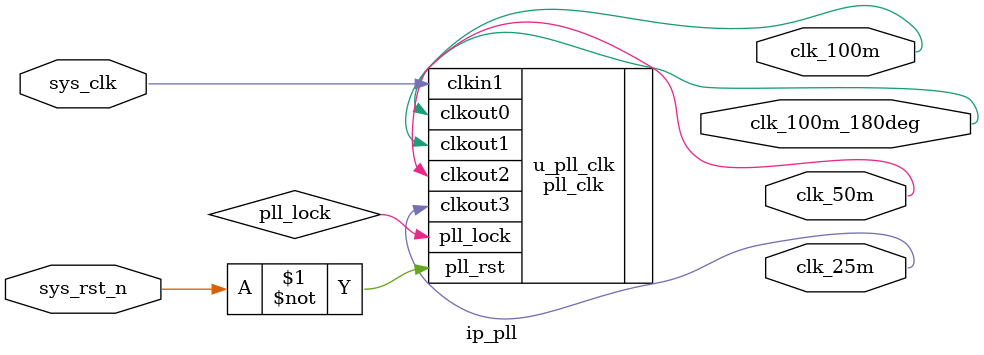
<source format=v>

module ip_pll(
    input     sys_clk        ,   //ÏµÍ³Ê±ÖÓ
    input     sys_rst_n      ,   //ÏµÍ³¸´Î»£¬µÍµçÆ½ÓÐÐ§
    //Êä³öÊ±ÖÓ
    output    clk_100m       ,   //100MhzÊ±ÖÓÆµÂÊ
    output    clk_100m_180deg,   //100MhzÊ±ÖÓÆµÂÊ,ÏàÎ»Æ«ÒÆ180¶È
    output    clk_50m        ,   //50MhzÊ±ÖÓÆµÂÊ
    output    clk_25m            //25MhzÊ±ÖÓÆµÂÊ
    );

//wire define
wire        pll_lock;

//*****************************************************
//**                    main code
//*****************************************************

//ËøÏà»·
pll_clk u_pll_clk (
    .pll_rst     (~sys_rst_n     ),      // input    
    .clkin1      (sys_clk        ),      // input
    .pll_lock    (pll_lock       ),      // output
    .clkout0     (clk_100m       ),      // output
    .clkout1     (clk_100m_180deg),      // output
    .clkout2     (clk_50m        ),      // output
    .clkout3     (clk_25m        )       // output
);

endmodule
</source>
